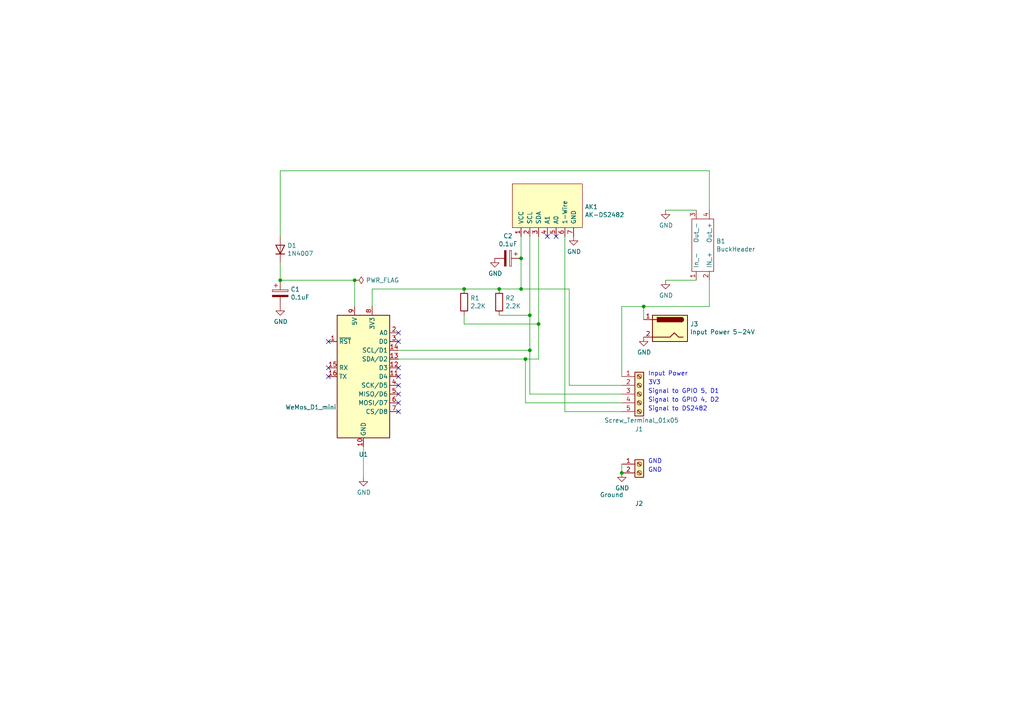
<source format=kicad_sch>
(kicad_sch (version 20211123) (generator eeschema)
  (paper "A4")
  (title_block (title "TM11") (date "2023-08-11"))
  (lib_symbols
    (symbol "Connector:Barrel_Jack" (pin_names (offset 1.016))
      (property "Reference" "J" (at 0 5.334 0))
      (property "Value" "Barrel_Jack" (at 0 -5.08 0))
      (symbol "Barrel_Jack_0_1"
        (rectangle (start -5.08 3.81) (end 5.08 -3.81) (stroke (width 0.254)) (fill (type background)))
        (arc (start -3.302 3.175) (mid -3.937 2.54) (end -3.302 1.905) (stroke (width 0.254)))
        (arc (start -3.302 3.175) (mid -3.937 2.54) (end -3.302 1.905) (stroke (width 0.254)) (fill (type outline)))
        (polyline (pts (xy 5.08 2.54) (xy 3.81 2.54)) (stroke (width 0.254)))
        (polyline (pts (xy -3.81 -2.54) (xy -2.54 -2.54) (xy -1.27 -1.27) (xy 0 -2.54) (xy 2.54 -2.54) (xy 5.08 -2.54)) (stroke (width 0.254)))
        (rectangle (start 3.683 3.175) (end -3.302 1.905) (stroke (width 0.254)) (fill (type outline)))
      )
      (symbol "Barrel_Jack_1_1"
        (pin passive line (at 7.62 2.54 180) (length 2.54) (name "~") (number "1"))
        (pin passive line (at 7.62 -2.54 180) (length 2.54) (name "~") (number "2"))
      )
    )
    (symbol "Connector:Screw_Terminal_01x02" (pin_names (offset 1.016) hide)
      (property "Reference" "J" (at 0 2.54 0))
      (property "Value" "Screw_Terminal_01x02" (at 0 -5.08 0))
      (symbol "Screw_Terminal_01x02_1_1"
        (rectangle (start -1.27 1.27) (end 1.27 -3.81) (stroke (width 0.254)) (fill (type background)))
        (circle (center 0 -2.54) (radius 0.635) (stroke (width 0.1524)))
        (polyline (pts (xy -0.5334 -2.2098) (xy 0.3302 -3.048)) (stroke (width 0.1524)))
        (polyline (pts (xy -0.5334 0.3302) (xy 0.3302 -0.508)) (stroke (width 0.1524)))
        (polyline (pts (xy -0.3556 -2.032) (xy 0.508 -2.8702)) (stroke (width 0.1524)))
        (polyline (pts (xy -0.3556 0.508) (xy 0.508 -0.3302)) (stroke (width 0.1524)))
        (circle (center 0 0) (radius 0.635) (stroke (width 0.1524)))
        (pin passive line (at -5.08 0 0) (length 3.81) (name "Pin_1") (number "1"))
        (pin passive line (at -5.08 -2.54 0) (length 3.81) (name "Pin_2") (number "2"))
      )
    )
    (symbol "Connector:Screw_Terminal_01x05" (pin_names (offset 1.016) hide)
      (property "Reference" "J" (at 0 7.62 0))
      (property "Value" "Screw_Terminal_01x05" (at 0 -7.62 0))
      (symbol "Screw_Terminal_01x05_1_1"
        (rectangle (start -1.27 6.35) (end 1.27 -6.35) (stroke (width 0.254)) (fill (type background)))
        (circle (center 0 -5.08) (radius 0.635) (stroke (width 0.1524)))
        (circle (center 0 -2.54) (radius 0.635) (stroke (width 0.1524)))
        (polyline (pts (xy -0.5334 -4.7498) (xy 0.3302 -5.588)) (stroke (width 0.1524)))
        (polyline (pts (xy -0.5334 -2.2098) (xy 0.3302 -3.048)) (stroke (width 0.1524)))
        (polyline (pts (xy -0.5334 0.3302) (xy 0.3302 -0.508)) (stroke (width 0.1524)))
        (polyline (pts (xy -0.5334 2.8702) (xy 0.3302 2.032)) (stroke (width 0.1524)))
        (polyline (pts (xy -0.5334 5.4102) (xy 0.3302 4.572)) (stroke (width 0.1524)))
        (polyline (pts (xy -0.3556 -4.572) (xy 0.508 -5.4102)) (stroke (width 0.1524)))
        (polyline (pts (xy -0.3556 -2.032) (xy 0.508 -2.8702)) (stroke (width 0.1524)))
        (polyline (pts (xy -0.3556 0.508) (xy 0.508 -0.3302)) (stroke (width 0.1524)))
        (polyline (pts (xy -0.3556 3.048) (xy 0.508 2.2098)) (stroke (width 0.1524)))
        (polyline (pts (xy -0.3556 5.588) (xy 0.508 4.7498)) (stroke (width 0.1524)))
        (circle (center 0 0) (radius 0.635) (stroke (width 0.1524)))
        (circle (center 0 2.54) (radius 0.635) (stroke (width 0.1524)))
        (circle (center 0 5.08) (radius 0.635) (stroke (width 0.1524)))
        (pin passive line (at -5.08 5.08 0) (length 3.81) (name "Pin_1") (number "1"))
        (pin passive line (at -5.08 2.54 0) (length 3.81) (name "Pin_2") (number "2"))
        (pin passive line (at -5.08 0 0) (length 3.81) (name "Pin_3") (number "3"))
        (pin passive line (at -5.08 -2.54 0) (length 3.81) (name "Pin_4") (number "4"))
        (pin passive line (at -5.08 -5.08 0) (length 3.81) (name "Pin_5") (number "5"))
      )
    )
    (symbol "Device:R" (pin_numbers hide) (pin_names (offset 0))
      (property "Reference" "R" (at 2.032 0 90))
      (property "Value" "R" (at 0 0 90))
      (symbol "R_0_1"
        (rectangle (start -1.016 -2.54) (end 1.016 2.54) (stroke (width 0.254)))
      )
      (symbol "R_1_1"
        (pin passive line (at 0 3.81 270) (length 1.27) (name "~") (number "1"))
        (pin passive line (at 0 -3.81 90) (length 1.27) (name "~") (number "2"))
      )
    )
    (symbol "Diode:1N4007" (pin_numbers hide) (pin_names hide)
      (property "Reference" "D" (at 0 2.54 0))
      (property "Value" "1N4007" (at 0 -2.54 0))
      (symbol "1N4007_0_1"
        (polyline (pts (xy -1.27 1.27) (xy -1.27 -1.27)) (stroke (width 0.254)))
        (polyline (pts (xy 1.27 0) (xy -1.27 0)))
        (polyline (pts (xy 1.27 1.27) (xy 1.27 -1.27) (xy -1.27 0) (xy 1.27 1.27)) (stroke (width 0.254)))
      )
      (symbol "1N4007_1_1"
        (pin passive line (at -3.81 0 0) (length 2.54) (name "K") (number "1"))
        (pin passive line (at 3.81 0 180) (length 2.54) (name "A") (number "2"))
      )
    )
    (symbol "MyLib:AK-DS2482" (pin_names (offset 1.016))
      (property "Reference" "AK" (at -27.94 -7.62 0))
      (property "Value" "AK-DS2482" (at -20.32 -5.08 0))
      (symbol "AK-DS2482_0_0"
        (pin input line (at -27.94 -17.78 90) (length 2.54) (name "VCC") (number "1"))
        (pin bidirectional line (at -25.4 -17.78 90) (length 2.54) (name "SCL") (number "2"))
        (pin bidirectional line (at -22.86 -17.78 90) (length 2.54) (name "SDA") (number "3"))
        (pin input line (at -20.32 -17.78 90) (length 2.54) (name "A1") (number "4"))
        (pin input line (at -17.78 -17.78 90) (length 2.54) (name "A0") (number "5"))
        (pin bidirectional line (at -15.24 -17.78 90) (length 2.54) (name "1-Wire") (number "6"))
        (pin input line (at -12.7 -17.78 90) (length 2.54) (name "GND") (number "7"))
      )
      (symbol "AK-DS2482_0_1"
        (rectangle (start -10.16 -15.24) (end -30.48 -2.54) (fill (type background)))
      )
    )
    (symbol "MyLib:BuckHeader" (pin_names (offset 1.016))
      (property "Reference" "B" (at 1.27 1.27 0))
      (property "Value" "BuckHeader" (at 10.16 1.27 0))
      (symbol "BuckHeader_0_1"
        (rectangle (start 0 0) (end 15.24 -6.35))
      )
      (symbol "BuckHeader_1_1"
        (pin input line (at -2.54 -1.27 0) (length 2.54) (name "In_-") (number "1"))
        (pin input line (at -2.54 -5.08 0) (length 2.54) (name "IN_+") (number "2"))
        (pin output line (at 17.78 -1.27 180) (length 2.54) (name "Out_-") (number "3"))
        (pin output line (at 17.78 -5.08 180) (length 2.54) (name "Out_+") (number "4"))
      )
    )
    (symbol "MyLib:WeMos_D1_mini"
      (property "Reference" "U" (at 3.81 19.05 0))
      (property "Value" "WeMos_D1_mini" (at 1.27 -19.05 0))
      (symbol "WeMos_D1_mini_1_1"
        (rectangle (start -7.62 17.78) (end 7.62 -17.78) (stroke (width 0.254)) (fill (type background)))
        (pin input line (at -10.16 10.16 0) (length 2.54) (name "~{RST}") (number "1"))
        (pin power_in line (at 0 -20.32 90) (length 2.54) (name "GND") (number "10"))
        (pin bidirectional line (at 10.16 0 180) (length 2.54) (name "D4") (number "11"))
        (pin bidirectional line (at 10.16 2.54 180) (length 2.54) (name "D3") (number "12"))
        (pin bidirectional line (at 10.16 5.08 180) (length 2.54) (name "SDA/D2") (number "13"))
        (pin bidirectional line (at 10.16 7.62 180) (length 2.54) (name "SCL/D1") (number "14"))
        (pin input line (at -10.16 2.54 0) (length 2.54) (name "RX") (number "15"))
        (pin output line (at -10.16 0 0) (length 2.54) (name "TX") (number "16"))
        (pin input line (at 10.16 12.7 180) (length 2.54) (name "A0") (number "2"))
        (pin bidirectional line (at 10.16 10.16 180) (length 2.54) (name "D0") (number "3"))
        (pin bidirectional line (at 10.16 -2.54 180) (length 2.54) (name "SCK/D5") (number "4"))
        (pin bidirectional line (at 10.16 -5.08 180) (length 2.54) (name "MISO/D6") (number "5"))
        (pin bidirectional line (at 10.16 -7.62 180) (length 2.54) (name "MOSI/D7") (number "6"))
        (pin bidirectional line (at 10.16 -10.16 180) (length 2.54) (name "CS/D8") (number "7"))
        (pin bidirectional line (at 2.54 20.32 270) (length 2.54) (name "3V3") (number "8"))
        (pin power_in line (at -2.54 20.32 270) (length 2.54) (name "5V") (number "9"))
      )
    )
    (symbol "TempPCB11-rescue:CP-Device" (pin_numbers hide) (pin_names (offset 0.254))
      (property "Reference" "C" (at 0.635 2.54 0))
      (property "Value" "CP-Device" (at 0.635 -2.54 0))
      (symbol "CP-Device_0_1"
        (rectangle (start -2.286 0.508) (end 2.286 1.016))
        (polyline (pts (xy -1.778 2.286) (xy -0.762 2.286)))
        (polyline (pts (xy -1.27 2.794) (xy -1.27 1.778)))
        (rectangle (start 2.286 -0.508) (end -2.286 -1.016) (fill (type outline)))
      )
      (symbol "CP-Device_1_1"
        (pin passive line (at 0 3.81 270) (length 2.794) (name "~") (number "1"))
        (pin passive line (at 0 -3.81 90) (length 2.794) (name "~") (number "2"))
      )
    )
    (symbol "power:GND" (power) (pin_names (offset 0))
      (property "Value" "GND" (at 0 -3.81 0))
      (symbol "GND_0_1"
        (polyline (pts (xy 0 0) (xy 0 -1.27) (xy 1.27 -1.27) (xy 0 -2.54) (xy -1.27 -1.27) (xy 0 -1.27)))
      )
      (symbol "GND_1_1"
        (pin power_in line (at 0 0 270) (length 0) hide (name "GND") (number "1"))
      )
    )
    (symbol "power:PWR_FLAG" (power) (pin_numbers hide) (pin_names (offset 0) hide)
      (property "Value" "PWR_FLAG" (at 0 3.81 0))
      (symbol "PWR_FLAG_0_0"
        (pin power_out line (at 0 0 90) (length 0) (name "pwr") (number "1"))
      )
      (symbol "PWR_FLAG_0_1"
        (polyline (pts (xy 0 0) (xy 0 1.27) (xy -1.016 1.905) (xy 0 2.54) (xy 1.016 1.905) (xy 0 1.27)))
      )
    )
  )
  (junction (at 152.4 104.14))
  (junction (at 134.62 83.82))
  (junction (at 151.13 83.82))
  (junction (at 180.34 137.16))
  (junction (at 153.67 101.6))
  (junction (at 102.87 81.28))
  (junction (at 156.21 93.98))
  (junction (at 144.78 83.82))
  (junction (at 151.13 74.93))
  (junction (at 153.67 91.44))
  (junction (at 81.28 81.28))
  (junction (at 186.69 88.9))
  (no_connect (at 115.57 119.38))
  (no_connect (at 95.25 99.06))
  (no_connect (at 161.29 68.58))
  (no_connect (at 115.57 99.06))
  (no_connect (at 115.57 109.22))
  (no_connect (at 158.75 68.58))
  (no_connect (at 95.25 106.68))
  (no_connect (at 95.25 109.22))
  (no_connect (at 115.57 114.3))
  (no_connect (at 115.57 106.68))
  (no_connect (at 115.57 116.84))
  (no_connect (at 115.57 111.76))
  (no_connect (at 115.57 96.52))
  (wire (pts (xy 105.41 129.54) (xy 105.41 138.43)))
  (wire (pts (xy 153.67 68.58) (xy 153.67 91.44)))
  (wire (pts (xy 156.21 93.98) (xy 156.21 104.14)))
  (wire (pts (xy 102.87 81.28) (xy 81.28 81.28)))
  (wire (pts (xy 81.28 68.58) (xy 81.28 49.53)))
  (wire (pts (xy 156.21 68.58) (xy 156.21 93.98)))
  (wire (pts (xy 205.74 49.53) (xy 205.74 60.96)))
  (wire (pts (xy 201.93 81.28) (xy 193.04 81.28)))
  (wire (pts (xy 102.87 81.28) (xy 102.87 88.9)))
  (wire (pts (xy 180.34 88.9) (xy 180.34 109.22)))
  (wire (pts (xy 152.4 104.14) (xy 115.57 104.14)))
  (wire (pts (xy 134.62 93.98) (xy 156.21 93.98)))
  (wire (pts (xy 151.13 83.82) (xy 144.78 83.82)))
  (wire (pts (xy 151.13 74.93) (xy 151.13 83.82)))
  (wire (pts (xy 107.95 83.82) (xy 107.95 88.9)))
  (wire (pts (xy 205.74 81.28) (xy 205.74 88.9)))
  (wire (pts (xy 81.28 49.53) (xy 205.74 49.53)))
  (wire (pts (xy 180.34 116.84) (xy 152.4 116.84)))
  (wire (pts (xy 180.34 88.9) (xy 186.69 88.9)))
  (wire (pts (xy 201.93 60.96) (xy 193.04 60.96)))
  (wire (pts (xy 134.62 83.82) (xy 107.95 83.82)))
  (wire (pts (xy 165.1 111.76) (xy 165.1 83.82)))
  (wire (pts (xy 165.1 83.82) (xy 151.13 83.82)))
  (wire (pts (xy 153.67 114.3) (xy 153.67 101.6)))
  (wire (pts (xy 205.74 88.9) (xy 186.69 88.9)))
  (wire (pts (xy 151.13 74.93) (xy 151.13 68.58)))
  (wire (pts (xy 134.62 91.44) (xy 134.62 93.98)))
  (wire (pts (xy 186.69 88.9) (xy 186.69 92.71)))
  (wire (pts (xy 153.67 91.44) (xy 153.67 101.6)))
  (wire (pts (xy 180.34 119.38) (xy 163.83 119.38)))
  (wire (pts (xy 180.34 114.3) (xy 153.67 114.3)))
  (wire (pts (xy 81.28 76.2) (xy 81.28 81.28)))
  (wire (pts (xy 180.34 134.62) (xy 180.34 137.16)))
  (wire (pts (xy 144.78 83.82) (xy 134.62 83.82)))
  (wire (pts (xy 144.78 91.44) (xy 153.67 91.44)))
  (wire (pts (xy 156.21 104.14) (xy 152.4 104.14)))
  (wire (pts (xy 152.4 116.84) (xy 152.4 104.14)))
  (wire (pts (xy 180.34 111.76) (xy 165.1 111.76)))
  (wire (pts (xy 153.67 101.6) (xy 115.57 101.6)))
  (wire (pts (xy 163.83 119.38) (xy 163.83 68.58)))
  (text "3V3" (at 187.96 111.76 0) (effects (font (size 1.27 1.27)) (justify left bottom)))
  (text "Signal to GPIO 5, D1" (at 187.96 114.3 0) (effects (font (size 1.27 1.27)) (justify left bottom)))
  (text "Signal to GPIO 4, D2\n" (at 187.96 116.84 0) (effects (font (size 1.27 1.27)) (justify left bottom)))
  (text "Signal to DS2482" (at 187.96 119.38 0) (effects (font (size 1.27 1.27)) (justify left bottom)))
  (text "GND" (at 187.96 134.62 0) (effects (font (size 1.27 1.27)) (justify left bottom)))
  (text "Input Power\n" (at 187.96 109.22 0) (effects (font (size 1.27 1.27)) (justify left bottom)))
  (text "GND" (at 187.96 137.16 0) (effects (font (size 1.27 1.27)) (justify left bottom)))
  (symbol (lib_id "MyLib:WeMos_D1_mini") (at 105.41 109.22 0) (unit 1)
    (property "Reference" "U1" (at 105.41 131.8006 0))
    (property "Value" "WeMos_D1_mini" (at 90.17 118.11 0))
    (property "Footprint" "Module:WEMOS_D1_mini_light" (effects hide))
    (property "Datasheet" "https://wiki.wemos.cc/products:d1:d1_mini#documentation" (effects hide))
  )
  (symbol (lib_id "MyLib:AK-DS2482") (at 179.07 50.8 0) (unit 1)
    (property "Reference" "AK1" (at 169.6212 59.9948 0) (effects (justify left)))
    (property "Value" "AK-DS2482" (at 169.6212 62.3062 0) (effects (justify left)))
    (property "Footprint" "AAAlibrary:AK-DS2482" (effects hide))
  )
  (symbol (lib_id "TempPCB11-rescue:CP-Device") (at 147.32 74.93 270) (unit 1)
    (property "Reference" "C2" (at 147.32 68.453 90))
    (property "Value" "0.1uF" (at 147.32 70.7644 90))
    (property "Footprint" "Capacitor_THT:C_Disc_D5.0mm_W2.5mm_P2.50mm" (effects hide))
  )
  (symbol (lib_id "TempPCB11-rescue:CP-Device") (at 81.28 85.09 0) (unit 1)
    (property "Reference" "C1" (at 84.2772 83.9216 0) (effects (justify left)))
    (property "Value" "0.1uF" (at 84.2772 86.233 0) (effects (justify left)))
    (property "Footprint" "Capacitor_THT:C_Disc_D5.0mm_W2.5mm_P2.50mm" (effects hide))
  )
  (symbol (lib_id "power:GND") (at 166.37 68.58 0) (unit 1)
    (property "Reference" "#PWR04" (effects hide))
    (property "Value" "GND" (at 166.497 72.9742 0))
  )
  (symbol (lib_id "power:GND") (at 180.34 137.16 0) (unit 1)
    (property "Reference" "#PWR05" (effects hide))
    (property "Value" "GND" (at 180.467 141.5542 0))
  )
  (symbol (lib_id "power:GND") (at 143.51 74.93 0) (unit 1)
    (property "Reference" "#PWR03" (effects hide))
    (property "Value" "GND" (at 143.637 79.3242 0))
  )
  (symbol (lib_id "power:GND") (at 81.28 88.9 0) (unit 1)
    (property "Reference" "#PWR01" (effects hide))
    (property "Value" "GND" (at 81.407 93.2942 0))
  )
  (symbol (lib_id "power:GND") (at 105.41 138.43 0) (unit 1)
    (property "Reference" "#PWR02" (effects hide))
    (property "Value" "GND" (at 105.537 142.8242 0))
  )
  (symbol (lib_id "Device:R") (at 144.78 87.63 0) (unit 1)
    (property "Reference" "R2" (at 146.558 86.4616 0) (effects (justify left)))
    (property "Value" "2.2K" (at 146.558 88.773 0) (effects (justify left)))
    (property "Footprint" "Resistor_THT:R_Axial_DIN0207_L6.3mm_D2.5mm_P10.16mm_Horizontal" (effects hide))
  )
  (symbol (lib_id "Device:R") (at 134.62 87.63 0) (unit 1)
    (property "Reference" "R1" (at 136.398 86.4616 0) (effects (justify left)))
    (property "Value" "2.2K" (at 136.398 88.773 0) (effects (justify left)))
    (property "Footprint" "Resistor_THT:R_Axial_DIN0207_L6.3mm_D2.5mm_P10.16mm_Horizontal" (effects hide))
  )
  (symbol (lib_id "power:PWR_FLAG") (at 102.87 81.28 270) (unit 1)
    (property "Reference" "#FLG01" (effects hide))
    (property "Value" "PWR_FLAG" (at 106.1212 81.28 90) (effects (justify left)))
  )
  (symbol (lib_id "Connector:Barrel_Jack") (at 194.31 95.25 0) (mirror y) (unit 1)
    (property "Reference" "J3" (at 200.152 93.98 0) (effects (justify right)))
    (property "Value" "Input Power 5-24V" (at 200.152 96.2914 0) (effects (justify right)))
    (property "Footprint" "AAAlibrary:Uxcell_DC_power_jack" (effects hide))
  )
  (symbol (lib_id "MyLib:BuckHeader") (at 200.66 78.74 90) (unit 1)
    (property "Reference" "B1" (at 207.7212 69.9516 90) (effects (justify right)))
    (property "Value" "BuckHeader" (at 207.7212 72.263 90) (effects (justify right)))
    (property "Footprint" "AAAlibrary:LM2596_Buck_Header" (effects hide))
  )
  (symbol (lib_id "power:GND") (at 193.04 60.96 0) (unit 1)
    (property "Reference" "#PWR07" (effects hide))
    (property "Value" "GND" (at 193.167 65.3542 0))
  )
  (symbol (lib_id "power:GND") (at 193.04 81.28 0) (unit 1)
    (property "Reference" "#PWR08" (effects hide))
    (property "Value" "GND" (at 193.167 85.6742 0))
  )
  (symbol (lib_id "power:GND") (at 186.69 97.79 0) (unit 1)
    (property "Reference" "#PWR06" (effects hide))
    (property "Value" "GND" (at 186.817 102.1842 0))
  )
  (symbol (lib_id "Connector:Screw_Terminal_01x02") (at 185.42 134.62 0) (unit 1)
    (property "Reference" "J2" (at 184.15 146.05 0) (effects (justify left)))
    (property "Value" "Ground" (at 173.99 143.51 0) (effects (justify left)))
    (property "Footprint" "TerminalBlock_Phoenix:TerminalBlock_Phoenix_PT-1,5-2-5.0-H_1x02_P5.00mm_Horizontal" (effects hide))
  )
  (symbol (lib_id "Connector:Screw_Terminal_01x05") (at 185.42 114.3 0) (unit 1)
    (property "Reference" "J1" (at 184.15 124.46 0) (effects (justify left)))
    (property "Value" "Screw_Terminal_01x05" (at 175.26 121.92 0) (effects (justify left)))
    (property "Footprint" "TerminalBlock_Phoenix:TerminalBlock_Phoenix_PT-1,5-5-5.0-H_1x05_P5.00mm_Horizontal" (effects hide))
  )
  (symbol (lib_id "Diode:1N4007") (at 81.28 72.39 90) (unit 1)
    (property "Reference" "D1" (at 83.312 71.2216 90) (effects (justify right)))
    (property "Value" "1N4007" (at 83.312 73.533 90) (effects (justify right)))
    (property "Footprint" "Diode_THT:D_DO-41_SOD81_P10.16mm_Horizontal" (effects hide))
    (property "Datasheet" "http://www.vishay.com/docs/88503/1n4001.pdf" (effects hide))
  )
)
</source>
